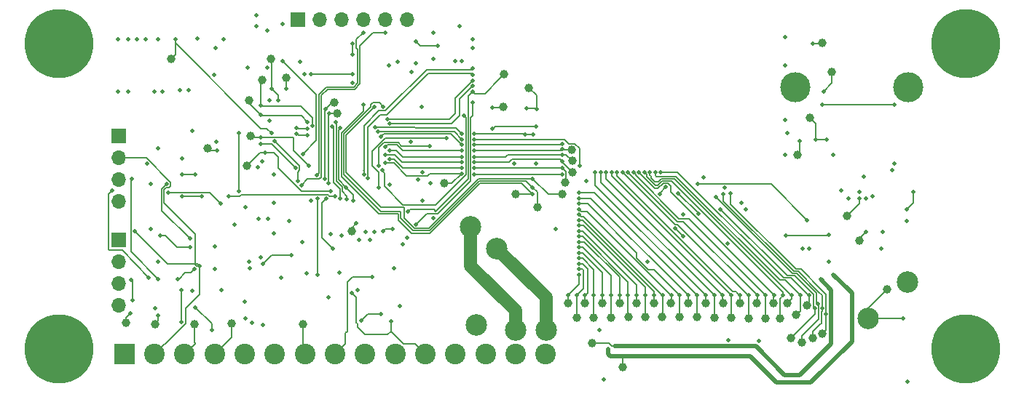
<source format=gbl>
G04 #@! TF.GenerationSoftware,KiCad,Pcbnew,(5.0.1)-3*
G04 #@! TF.CreationDate,2019-01-04T23:11:44-08:00*
G04 #@! TF.ProjectId,croptop,63726F70746F702E6B696361645F7063,rev?*
G04 #@! TF.SameCoordinates,Original*
G04 #@! TF.FileFunction,Copper,L4,Bot,Signal*
G04 #@! TF.FilePolarity,Positive*
%FSLAX46Y46*%
G04 Gerber Fmt 4.6, Leading zero omitted, Abs format (unit mm)*
G04 Created by KiCad (PCBNEW (5.0.1)-3) date 1/4/2019 11:11:44 PM*
%MOMM*%
%LPD*%
G01*
G04 APERTURE LIST*
G04 #@! TA.AperFunction,ComponentPad*
%ADD10C,3.500000*%
G04 #@! TD*
G04 #@! TA.AperFunction,ComponentPad*
%ADD11R,2.400000X2.400000*%
G04 #@! TD*
G04 #@! TA.AperFunction,ComponentPad*
%ADD12C,2.400000*%
G04 #@! TD*
G04 #@! TA.AperFunction,ComponentPad*
%ADD13R,1.700000X1.700000*%
G04 #@! TD*
G04 #@! TA.AperFunction,ComponentPad*
%ADD14O,1.700000X1.700000*%
G04 #@! TD*
G04 #@! TA.AperFunction,ComponentPad*
%ADD15C,8.000000*%
G04 #@! TD*
G04 #@! TA.AperFunction,BGAPad,CuDef*
%ADD16C,1.000000*%
G04 #@! TD*
G04 #@! TA.AperFunction,ViaPad*
%ADD17C,0.508000*%
G04 #@! TD*
G04 #@! TA.AperFunction,ViaPad*
%ADD18C,2.500000*%
G04 #@! TD*
G04 #@! TA.AperFunction,Conductor*
%ADD19C,0.127000*%
G04 #@! TD*
G04 #@! TA.AperFunction,Conductor*
%ADD20C,0.500000*%
G04 #@! TD*
G04 #@! TA.AperFunction,Conductor*
%ADD21C,0.200000*%
G04 #@! TD*
G04 #@! TA.AperFunction,Conductor*
%ADD22C,1.500000*%
G04 #@! TD*
G04 #@! TA.AperFunction,Conductor*
%ADD23C,0.250000*%
G04 #@! TD*
G04 APERTURE END LIST*
D10*
G04 #@! TO.P,J2,5*
G04 #@! TO.N,DRV_GND*
X157387000Y-106715000D03*
X170527000Y-106715000D03*
G04 #@! TD*
D11*
G04 #@! TO.P,J5,1*
G04 #@! TO.N,ADC_VDD*
X79375000Y-137795000D03*
D12*
G04 #@! TO.P,J5,2*
G04 #@! TO.N,ADC_GND*
X82875000Y-137795000D03*
G04 #@! TO.P,J5,3*
G04 #@! TO.N,ADC_A1+*
X86375000Y-137795000D03*
G04 #@! TO.P,J5,4*
G04 #@! TO.N,ADC_A1-*
X89875000Y-137795000D03*
G04 #@! TO.P,J5,5*
G04 #@! TO.N,DVDD*
X93375000Y-137795000D03*
G04 #@! TO.P,J5,6*
G04 #@! TO.N,DRV_GND*
X96875000Y-137795000D03*
G04 #@! TO.P,J5,7*
G04 #@! TO.N,LIN_IN*
X100375000Y-137795000D03*
G04 #@! TO.P,J5,8*
G04 #@! TO.N,ROT_VDD*
X103875000Y-137795000D03*
G04 #@! TO.P,J5,9*
G04 #@! TO.N,DRV_GND*
X107375000Y-137795000D03*
G04 #@! TO.P,J5,10*
G04 #@! TO.N,ROT_A1*
X110875000Y-137795000D03*
G04 #@! TO.P,J5,11*
G04 #@! TO.N,ROT_A2*
X114375000Y-137795000D03*
G04 #@! TO.P,J5,12*
G04 #@! TO.N,DRV_BAT*
X117875000Y-137795000D03*
G04 #@! TO.P,J5,13*
G04 #@! TO.N,DRV_GND*
X121375000Y-137795000D03*
G04 #@! TO.P,J5,14*
G04 #@! TO.N,DRV_OUT1*
X124875000Y-137795000D03*
G04 #@! TO.P,J5,15*
G04 #@! TO.N,DRV_OUT2*
X128375000Y-137795000D03*
G04 #@! TD*
D13*
G04 #@! TO.P,J1,1*
G04 #@! TO.N,PKT_MCLR*
X99568000Y-98806000D03*
D14*
G04 #@! TO.P,J1,2*
G04 #@! TO.N,DVDD*
X102108000Y-98806000D03*
G04 #@! TO.P,J1,3*
G04 #@! TO.N,DRV_GND*
X104648000Y-98806000D03*
G04 #@! TO.P,J1,4*
G04 #@! TO.N,PKT_PGED*
X107188000Y-98806000D03*
G04 #@! TO.P,J1,5*
G04 #@! TO.N,PKT_PGEC*
X109728000Y-98806000D03*
G04 #@! TO.P,J1,6*
G04 #@! TO.N,Net-(J1-Pad6)*
X112268000Y-98806000D03*
G04 #@! TD*
G04 #@! TO.P,J6,4*
G04 #@! TO.N,Net-(J6-Pad4)*
X78740000Y-132080000D03*
G04 #@! TO.P,J6,3*
G04 #@! TO.N,Net-(J6-Pad3)*
X78740000Y-129540000D03*
G04 #@! TO.P,J6,2*
G04 #@! TO.N,ADC_GND*
X78740000Y-127000000D03*
D13*
G04 #@! TO.P,J6,1*
G04 #@! TO.N,ADC_VDD*
X78740000Y-124460000D03*
G04 #@! TD*
G04 #@! TO.P,J7,1*
G04 #@! TO.N,ADC_VDD*
X78740000Y-112395000D03*
D14*
G04 #@! TO.P,J7,2*
G04 #@! TO.N,ADC_GND*
X78740000Y-114935000D03*
G04 #@! TO.P,J7,3*
G04 #@! TO.N,Net-(J7-Pad3)*
X78740000Y-117475000D03*
G04 #@! TO.P,J7,4*
G04 #@! TO.N,Net-(J7-Pad4)*
X78740000Y-120015000D03*
G04 #@! TD*
D15*
G04 #@! TO.P,H1,1*
G04 #@! TO.N,N/C*
X71755000Y-101600000D03*
G04 #@! TD*
G04 #@! TO.P,H2,1*
G04 #@! TO.N,N/C*
X177165000Y-101600000D03*
G04 #@! TD*
G04 #@! TO.P,H3,1*
G04 #@! TO.N,N/C*
X71755000Y-137160000D03*
G04 #@! TD*
G04 #@! TO.P,H4,1*
G04 #@! TO.N,N/C*
X177165000Y-137160000D03*
G04 #@! TD*
D16*
G04 #@! TO.P,TP1,1*
G04 #@! TO.N,DVDD*
X163385500Y-121729500D03*
G04 #@! TD*
G04 #@! TO.P,TP2,1*
G04 #@! TO.N,DRV_GND*
X164846000Y-124587000D03*
G04 #@! TD*
G04 #@! TO.P,TP3,1*
G04 #@! TO.N,ADC_VDD*
X82931000Y-134302500D03*
G04 #@! TD*
G04 #@! TO.P,TP5,1*
G04 #@! TO.N,DVDD_UNREG*
X168084500Y-130238500D03*
G04 #@! TD*
G04 #@! TO.P,TP6,1*
G04 #@! TO.N,LCD_ANODE*
X133794500Y-136525000D03*
G04 #@! TD*
G04 #@! TO.P,TP7,1*
G04 #@! TO.N,LCD_CATHODE*
X137287000Y-139319000D03*
G04 #@! TD*
G04 #@! TO.P,TP8,1*
G04 #@! TO.N,LCD_R0*
X130937000Y-131826000D03*
G04 #@! TD*
G04 #@! TO.P,TP9,1*
G04 #@! TO.N,LCD_R1*
X131953000Y-133540500D03*
G04 #@! TD*
G04 #@! TO.P,TP10,1*
G04 #@! TO.N,LCD_R2*
X132905500Y-131826000D03*
G04 #@! TD*
G04 #@! TO.P,TP11,1*
G04 #@! TO.N,LCD_R3*
X133921500Y-133540500D03*
G04 #@! TD*
G04 #@! TO.P,TP12,1*
G04 #@! TO.N,LCD_R4*
X134937500Y-131826000D03*
G04 #@! TD*
G04 #@! TO.P,TP13,1*
G04 #@! TO.N,LCD_R5*
X135953500Y-133540500D03*
G04 #@! TD*
G04 #@! TO.P,TP14,1*
G04 #@! TO.N,LCD_R6*
X136969500Y-131826000D03*
G04 #@! TD*
G04 #@! TO.P,TP15,1*
G04 #@! TO.N,LCD_R7*
X137985500Y-133477000D03*
G04 #@! TD*
G04 #@! TO.P,TP16,1*
G04 #@! TO.N,LCD_G0*
X138938000Y-131826000D03*
G04 #@! TD*
G04 #@! TO.P,TP17,1*
G04 #@! TO.N,LCD_G1*
X139954000Y-133477000D03*
G04 #@! TD*
G04 #@! TO.P,TP18,1*
G04 #@! TO.N,LCD_G2*
X140970000Y-131826000D03*
G04 #@! TD*
G04 #@! TO.P,TP19,1*
G04 #@! TO.N,LCD_G3*
X141922500Y-133477000D03*
G04 #@! TD*
G04 #@! TO.P,TP20,1*
G04 #@! TO.N,LCD_G4*
X142938500Y-131826000D03*
G04 #@! TD*
G04 #@! TO.P,TP21,1*
G04 #@! TO.N,LCD_G5*
X143954500Y-133477000D03*
G04 #@! TD*
G04 #@! TO.P,TP22,1*
G04 #@! TO.N,LCD_G6*
X144970500Y-131826000D03*
G04 #@! TD*
G04 #@! TO.P,TP23,1*
G04 #@! TO.N,LCD_G7*
X145923000Y-133477000D03*
G04 #@! TD*
G04 #@! TO.P,TP24,1*
G04 #@! TO.N,LCD_B0*
X146939000Y-131826000D03*
G04 #@! TD*
G04 #@! TO.P,TP25,1*
G04 #@! TO.N,LCD_B1*
X147955000Y-133540500D03*
G04 #@! TD*
G04 #@! TO.P,TP26,1*
G04 #@! TO.N,LCD_B2*
X148971000Y-131826000D03*
G04 #@! TD*
G04 #@! TO.P,TP27,1*
G04 #@! TO.N,LCD_B3*
X149923500Y-133540500D03*
G04 #@! TD*
G04 #@! TO.P,TP28,1*
G04 #@! TO.N,LCD_B4*
X150939500Y-131826000D03*
G04 #@! TD*
G04 #@! TO.P,TP29,1*
G04 #@! TO.N,LCD_B5*
X151955500Y-133604000D03*
G04 #@! TD*
G04 #@! TO.P,TP30,1*
G04 #@! TO.N,LCD_B6*
X152908000Y-131826000D03*
G04 #@! TD*
G04 #@! TO.P,TP31,1*
G04 #@! TO.N,LCD_B7*
X153924000Y-133604000D03*
G04 #@! TD*
G04 #@! TO.P,TP32,1*
G04 #@! TO.N,LCD_SHIFT*
X154813000Y-131826000D03*
G04 #@! TD*
G04 #@! TO.P,TP33,1*
G04 #@! TO.N,LCD_DISP*
X155575000Y-133604000D03*
G04 #@! TD*
G04 #@! TO.P,TP34,1*
G04 #@! TO.N,LCD_VSYNC*
X157480000Y-133223000D03*
G04 #@! TD*
G04 #@! TO.P,TP35,1*
G04 #@! TO.N,LCD_HSYNC*
X156464000Y-131826000D03*
G04 #@! TD*
G04 #@! TO.P,TP36,1*
G04 #@! TO.N,LCD_DEN*
X158750000Y-132080000D03*
G04 #@! TD*
G04 #@! TO.P,TP37,1*
G04 #@! TO.N,TCH_RIGHT*
X156845000Y-135890000D03*
G04 #@! TD*
G04 #@! TO.P,TP38,1*
G04 #@! TO.N,TCH_DOWN*
X158115000Y-136398000D03*
G04 #@! TD*
G04 #@! TO.P,TP39,1*
G04 #@! TO.N,TCH_LEFT*
X159385000Y-135890000D03*
G04 #@! TD*
G04 #@! TO.P,TP40,1*
G04 #@! TO.N,TCH_UP*
X160528000Y-135382000D03*
G04 #@! TD*
G04 #@! TO.P,TP41,1*
G04 #@! TO.N,SS2*
X130619500Y-117792500D03*
G04 #@! TD*
G04 #@! TO.P,TP42,1*
G04 #@! TO.N,SDO2*
X131445000Y-116586000D03*
G04 #@! TD*
G04 #@! TO.P,TP43,1*
G04 #@! TO.N,SDIO2*
X131445000Y-115252500D03*
G04 #@! TD*
G04 #@! TO.P,TP44,1*
G04 #@! TO.N,SCLK2*
X131381500Y-113982500D03*
G04 #@! TD*
G04 #@! TO.P,TP45,1*
G04 #@! TO.N,LCD_PD*
X105791000Y-123507500D03*
G04 #@! TD*
G04 #@! TO.P,TP46,1*
G04 #@! TO.N,LCD_INT*
X116586000Y-117919500D03*
G04 #@! TD*
G04 #@! TO.P,TP60,1*
G04 #@! TO.N,DRV_FLT*
X124841000Y-119126000D03*
G04 #@! TD*
G04 #@! TO.P,TP61,1*
G04 #@! TO.N,DRV_IN1*
X127381000Y-120713500D03*
G04 #@! TD*
G04 #@! TO.P,TP62,1*
G04 #@! TO.N,DRV_IN2*
X130302000Y-119189500D03*
G04 #@! TD*
G04 #@! TO.P,TP64,1*
G04 #@! TO.N,SCLK*
X94043500Y-112395000D03*
G04 #@! TD*
G04 #@! TO.P,TP65,1*
G04 #@! TO.N,MOSI*
X93599000Y-115824000D03*
G04 #@! TD*
G04 #@! TO.P,TP66,1*
G04 #@! TO.N,ADC_CS*
X89027000Y-113792000D03*
G04 #@! TD*
G04 #@! TO.P,TP68,1*
G04 #@! TO.N,LIN_IN*
X100139500Y-134302500D03*
G04 #@! TD*
G04 #@! TO.P,TP70,1*
G04 #@! TO.N,ADC_A1+*
X87566500Y-134302500D03*
G04 #@! TD*
G04 #@! TO.P,TP71,1*
G04 #@! TO.N,ADC_A1-*
X91821000Y-134239000D03*
G04 #@! TD*
G04 #@! TO.P,TP72,1*
G04 #@! TO.N,DRV_GND*
X79565500Y-134175500D03*
G04 #@! TD*
G04 #@! TO.P,TP73,1*
G04 #@! TO.N,ROT_Y1*
X104140000Y-109728000D03*
G04 #@! TD*
G04 #@! TO.P,TP74,1*
G04 #@! TO.N,ROT_Y2*
X103822500Y-108458000D03*
G04 #@! TD*
G04 #@! TO.P,TP78,1*
G04 #@! TO.N,NAND_CS*
X123507500Y-105219500D03*
G04 #@! TD*
G04 #@! TO.P,TP82,1*
G04 #@! TO.N,SDA*
X98234500Y-105600500D03*
G04 #@! TD*
G04 #@! TO.P,TP83,1*
G04 #@! TO.N,SCL*
X96456500Y-103378000D03*
G04 #@! TD*
G04 #@! TO.P,TP85,1*
G04 #@! TO.N,NAND_WP*
X123444000Y-109029500D03*
G04 #@! TD*
G04 #@! TO.P,TP86,1*
G04 #@! TO.N,NAND_HOLD*
X126428500Y-106807000D03*
G04 #@! TD*
G04 #@! TO.P,TP88,1*
G04 #@! TO.N,GPS_INT*
X84836000Y-103378000D03*
G04 #@! TD*
G04 #@! TO.P,TP89,1*
G04 #@! TO.N,TX*
X93853000Y-108204000D03*
G04 #@! TD*
G04 #@! TO.P,TP90,1*
G04 #@! TO.N,RX*
X95377000Y-105854500D03*
G04 #@! TD*
G04 #@! TO.P,TP91,1*
G04 #@! TO.N,BTN_A*
X160528000Y-101536500D03*
G04 #@! TD*
G04 #@! TO.P,TP92,1*
G04 #@! TO.N,BTN_B*
X161607500Y-104902000D03*
G04 #@! TD*
G04 #@! TO.P,TP99,1*
G04 #@! TO.N,LED_A*
X157670500Y-114617500D03*
G04 #@! TD*
G04 #@! TO.P,TP100,1*
G04 #@! TO.N,LED_B*
X159067500Y-110236000D03*
G04 #@! TD*
D17*
G04 #@! TO.N,DRV_GND*
X112712500Y-113093500D03*
X83312000Y-113792000D03*
X86106000Y-114981002D03*
X82423000Y-117983000D03*
X82423000Y-123190000D03*
X83312000Y-127000000D03*
X82931000Y-132461000D03*
X87249000Y-130429000D03*
X93345000Y-131699000D03*
X85852000Y-107061000D03*
X86868000Y-107061000D03*
X78676500Y-107188000D03*
X79819500Y-107251500D03*
X82867500Y-107251500D03*
X89789000Y-105283000D03*
X89979500Y-102171500D03*
X78676500Y-101092000D03*
X79819500Y-101092000D03*
X80835500Y-101092000D03*
X81851500Y-101092000D03*
X87884000Y-101028500D03*
X93980000Y-127762000D03*
X93847998Y-127000000D03*
X97599500Y-128905000D03*
X93472000Y-120650000D03*
X94996000Y-122047000D03*
X96075500Y-122047000D03*
X87312500Y-111760000D03*
X94869000Y-116014500D03*
X95377000Y-115316000D03*
X90043000Y-113030000D03*
X103124000Y-131191000D03*
X100584000Y-128397000D03*
X104394000Y-128333500D03*
X107950000Y-124460000D03*
X107442000Y-123571000D03*
X103327200Y-123799600D03*
X113919000Y-108966000D03*
X110109000Y-104140000D03*
X111125000Y-103759000D03*
X99822000Y-103759000D03*
X94742000Y-99568000D03*
X96012000Y-100076000D03*
X96266000Y-108204000D03*
X86073000Y-119443500D03*
X88392000Y-119443500D03*
D18*
X120269000Y-134366000D03*
D17*
X90678000Y-130302000D03*
X149606000Y-136211500D03*
X153162000Y-136271000D03*
D18*
X170434000Y-129413000D03*
D17*
X167513000Y-123571000D03*
X170370500Y-122301000D03*
X165608000Y-123571000D03*
X162687000Y-118745000D03*
X134620000Y-135001000D03*
X156210000Y-114554000D03*
X161798000Y-114554000D03*
X170434000Y-140970000D03*
X158242000Y-125476000D03*
X159004000Y-125476000D03*
X161290000Y-127000000D03*
X163576000Y-119634000D03*
X168656000Y-116332000D03*
X168910000Y-115570000D03*
X144335500Y-121511200D03*
X143764000Y-119062500D03*
X146082159Y-121479041D03*
X133096000Y-117602000D03*
X151130000Y-120142000D03*
X165354000Y-117094000D03*
X167386000Y-125476000D03*
X112268000Y-124206000D03*
X115316000Y-121920000D03*
X113284000Y-103886000D03*
X115316000Y-103378000D03*
X119888000Y-102108000D03*
X119888000Y-101092000D03*
X124714000Y-115570000D03*
X129540000Y-123190000D03*
X101092000Y-119888000D03*
X114046000Y-116586000D03*
X114046000Y-119888000D03*
X149514172Y-124911054D03*
X149203225Y-118427500D03*
X156210000Y-100838000D03*
X156210000Y-110490000D03*
X83820000Y-107188000D03*
X98552000Y-122301000D03*
X106489500Y-130302000D03*
X111379000Y-132207000D03*
X80073500Y-133032500D03*
G04 #@! TO.N,Net-(C26-Pad1)*
X95504000Y-127254000D03*
X98806000Y-126238000D03*
G04 #@! TO.N,LCD_ANODE*
X156273500Y-123952000D03*
X161290000Y-123888500D03*
X160337500Y-129095500D03*
X136398000Y-136842500D03*
X136398000Y-136842500D03*
G04 #@! TO.N,LCD_CATHODE*
X161798000Y-128524000D03*
X135636000Y-137160000D03*
G04 #@! TO.N,ADC_VDD*
X89916000Y-125222000D03*
X89916000Y-127889000D03*
X92202000Y-122682000D03*
X95250000Y-126492000D03*
X83312000Y-133286500D03*
G04 #@! TO.N,Net-(C38-Pad1)*
X143416860Y-123144991D03*
X144300559Y-124050441D03*
G04 #@! TO.N,Net-(C39-Pad1)*
X146748500Y-117170200D03*
X141605000Y-119126000D03*
X142333065Y-118314595D03*
G04 #@! TO.N,Net-(C52-Pad2)*
X87489000Y-127914309D03*
X85598000Y-129032000D03*
G04 #@! TO.N,Net-(C54-Pad1)*
X84328000Y-117983000D03*
X86995000Y-124348997D03*
G04 #@! TO.N,Net-(C54-Pad2)*
X83566000Y-123952000D03*
X86995000Y-125349000D03*
X81993122Y-115618878D03*
G04 #@! TO.N,LED_B*
X161038000Y-112776000D03*
X159766000Y-112776000D03*
X130302000Y-113283994D03*
X118618000Y-113410997D03*
X109220000Y-112446000D03*
X120078500Y-113410997D03*
X99419225Y-112090500D03*
X100625725Y-112331501D03*
G04 #@! TO.N,LED_A*
X132273694Y-115884306D03*
X118618000Y-112775994D03*
X108898152Y-111898605D03*
X120078500Y-112775994D03*
X99419225Y-111455497D03*
X100689225Y-111506001D03*
X157903190Y-113009001D03*
G04 #@! TO.N,PKT_MCLR*
X97790000Y-103632000D03*
X100139499Y-114490501D03*
G04 #@! TO.N,USB_D-*
X119888000Y-105281000D03*
X107667000Y-117335000D03*
G04 #@! TO.N,USB_D+*
X107213400Y-116840000D03*
X119888000Y-104523000D03*
G04 #@! TO.N,TCH_RIGHT*
X148653500Y-120904000D03*
X159639000Y-132461000D03*
G04 #@! TO.N,TCH_DOWN*
X148116941Y-119478441D03*
X160020000Y-131953000D03*
G04 #@! TO.N,TCH_LEFT*
X149034500Y-119189500D03*
X160528001Y-132412879D03*
G04 #@! TO.N,TCH_UP*
X149860000Y-119062500D03*
X160909000Y-133096000D03*
G04 #@! TO.N,ADC_GND*
X88138000Y-127508000D03*
X80581500Y-123444000D03*
G04 #@! TO.N,ADC_A1+*
X85979000Y-130302000D03*
X86028389Y-134055902D03*
G04 #@! TO.N,ADC_A1-*
X89535000Y-135001000D03*
X87630000Y-132334000D03*
G04 #@! TO.N,LIN_IN*
X106934000Y-133858000D03*
X109220000Y-133096000D03*
G04 #@! TO.N,ROT_VDD*
X108146998Y-128778000D03*
G04 #@! TO.N,ROT_A2*
X110363000Y-133985000D03*
X105791000Y-130683000D03*
D18*
G04 #@! TO.N,DRV_OUT1*
X124841000Y-135001000D03*
X119634000Y-122936000D03*
G04 #@! TO.N,DRV_OUT2*
X128397000Y-135001000D03*
X122682000Y-125476000D03*
D17*
G04 #@! TO.N,Net-(J6-Pad3)*
X80325734Y-131519572D03*
X80137000Y-129159000D03*
G04 #@! TO.N,Net-(J7-Pad3)*
X80264000Y-117348000D03*
X83312000Y-129032000D03*
G04 #@! TO.N,Net-(J7-Pad4)*
X77978000Y-118745000D03*
X82183846Y-128929152D03*
G04 #@! TO.N,Net-(L3-Pad2)*
X170370500Y-120904000D03*
X171069000Y-118872000D03*
G04 #@! TO.N,LCD_R0*
X130942500Y-130968000D03*
X132270500Y-128524042D03*
G04 #@! TO.N,LCD_R1*
X131942500Y-130968000D03*
X132270500Y-127889039D03*
G04 #@! TO.N,LCD_R2*
X132270500Y-127254036D03*
X132942500Y-130968000D03*
G04 #@! TO.N,LCD_R3*
X132270500Y-126619033D03*
X133942500Y-130968000D03*
G04 #@! TO.N,LCD_R4*
X132270500Y-125984030D03*
X134942500Y-130968000D03*
G04 #@! TO.N,LCD_R5*
X132270500Y-125349027D03*
X135942500Y-130968000D03*
G04 #@! TO.N,LCD_R6*
X132270500Y-124714024D03*
X136942500Y-130968000D03*
G04 #@! TO.N,LCD_R7*
X132270500Y-124079021D03*
X137942500Y-130968000D03*
G04 #@! TO.N,LCD_G0*
X132270500Y-123444018D03*
X138942500Y-130968000D03*
G04 #@! TO.N,LCD_G1*
X132270500Y-122809015D03*
X139942500Y-130968000D03*
G04 #@! TO.N,LCD_G2*
X132270500Y-122174012D03*
X140942500Y-130968000D03*
G04 #@! TO.N,LCD_G3*
X132270500Y-121539009D03*
X141942500Y-130968000D03*
G04 #@! TO.N,LCD_G4*
X132270500Y-120904006D03*
X142942500Y-130968000D03*
G04 #@! TO.N,LCD_G5*
X132270500Y-120269003D03*
X143942500Y-130968000D03*
G04 #@! TO.N,LCD_G6*
X132270500Y-119634000D03*
X144942500Y-130968000D03*
G04 #@! TO.N,LCD_G7*
X132270500Y-118999000D03*
X145942500Y-130968000D03*
G04 #@! TO.N,LCD_B0*
X134111967Y-116586000D03*
X146942500Y-130968000D03*
G04 #@! TO.N,LCD_B1*
X134746970Y-116586000D03*
X147942500Y-130968000D03*
G04 #@! TO.N,LCD_B2*
X135381973Y-116586000D03*
X148942500Y-130968000D03*
G04 #@! TO.N,SCL*
X97282000Y-108204000D03*
X96520000Y-106870500D03*
X113284000Y-101346000D03*
X115824000Y-101854000D03*
X105918000Y-102870000D03*
X105918000Y-101600000D03*
G04 #@! TO.N,SDA*
X98234500Y-106870500D03*
G04 #@! TO.N,MISO*
X91473000Y-119380000D03*
X113284000Y-122682000D03*
X119888000Y-108458000D03*
X103886000Y-119380000D03*
X119888000Y-108458000D03*
G04 #@! TO.N,LCD_B3*
X136016976Y-116586000D03*
X149942500Y-130968000D03*
G04 #@! TO.N,LCD_B4*
X136651979Y-116586000D03*
X150942500Y-130968000D03*
G04 #@! TO.N,LCD_B5*
X137286982Y-116586000D03*
X151942500Y-130968000D03*
G04 #@! TO.N,LCD_B6*
X137921985Y-116586000D03*
X152942500Y-130968000D03*
G04 #@! TO.N,LCD_B7*
X138556988Y-116586000D03*
X153942500Y-130968000D03*
G04 #@! TO.N,SCLK*
X95250000Y-112522000D03*
X118618000Y-112140991D03*
X125984000Y-112204491D03*
X126890500Y-112204491D03*
X120078500Y-112140991D03*
X100834808Y-115843672D03*
X106023225Y-119888001D03*
X105152473Y-118364000D03*
X104499225Y-111454105D03*
X108494111Y-111408730D03*
G04 #@! TO.N,Net-(R35-Pad1)*
X87592501Y-116840000D03*
X86106000Y-116840000D03*
G04 #@! TO.N,MOSI*
X95758000Y-114300000D03*
X103378000Y-118808500D03*
X116840000Y-112597115D03*
X108966000Y-118364000D03*
G04 #@! TO.N,DRV_IN1*
X126851225Y-118364001D03*
X109489572Y-108981546D03*
G04 #@! TO.N,DRV_IN2*
X126851225Y-117348001D03*
X108458000Y-108966000D03*
G04 #@! TO.N,Net-(R39-Pad2)*
X90551000Y-120269000D03*
X84455000Y-118999000D03*
G04 #@! TO.N,ROT_Y1*
X103632000Y-125476000D03*
X102870000Y-119697500D03*
X103124000Y-117856000D03*
X103229225Y-109728001D03*
G04 #@! TO.N,ROT_Y2*
X101854000Y-128524000D03*
X102655990Y-117387990D03*
X101854000Y-119697500D03*
X102743009Y-109220001D03*
G04 #@! TO.N,TX*
X105257366Y-119767248D03*
X100689225Y-110744001D03*
X103991225Y-110744001D03*
X95220019Y-109922037D03*
G04 #@! TO.N,RX*
X104453963Y-119697500D03*
X101257188Y-111222020D03*
X103568500Y-111252001D03*
X95250000Y-108839000D03*
G04 #@! TO.N,Net-(R55-Pad1)*
X127254000Y-111252000D03*
X122174000Y-111551000D03*
G04 #@! TO.N,BTN_A*
X109923344Y-110396284D03*
X119888000Y-105917994D03*
X159385000Y-101600000D03*
G04 #@! TO.N,BTN_B*
X110236122Y-110972600D03*
X119888000Y-106552997D03*
X160655000Y-107188000D03*
G04 #@! TO.N,PKT_PGED*
X107188000Y-100330000D03*
X101790500Y-116967000D03*
G04 #@! TO.N,PKT_PGEC*
X109728000Y-100393500D03*
X99930500Y-118110000D03*
G04 #@! TO.N,LCD_SHIFT*
X139191991Y-116586000D03*
X154942500Y-130968000D03*
G04 #@! TO.N,LCD_DISP*
X139826994Y-116586000D03*
X155942500Y-130968000D03*
G04 #@! TO.N,LCD_HSYNC*
X140461997Y-116586000D03*
X156942500Y-130968000D03*
G04 #@! TO.N,LCD_VSYNC*
X141097000Y-116586000D03*
X157942500Y-130968000D03*
G04 #@! TO.N,LCD_DEN*
X141732000Y-116586000D03*
X158942500Y-130968000D03*
G04 #@! TO.N,SS2*
X110236000Y-115062000D03*
X130302000Y-116078000D03*
X118618000Y-116078000D03*
X120078500Y-116078000D03*
G04 #@! TO.N,SDO2*
X109668037Y-114617500D03*
X130302000Y-115316000D03*
X118618000Y-115442997D03*
X120078500Y-115442997D03*
G04 #@! TO.N,SDIO2*
X130302000Y-114554000D03*
X110236000Y-114046000D03*
X118618000Y-114807994D03*
X120078500Y-114807994D03*
G04 #@! TO.N,SCLK2*
X130302000Y-113918997D03*
X109728000Y-113625501D03*
X118618000Y-114046000D03*
X120078500Y-114046000D03*
G04 #@! TO.N,LCD_PD*
X106362500Y-122555000D03*
G04 #@! TO.N,LCD_INT*
X109698019Y-115510037D03*
X130302000Y-116840000D03*
X109698019Y-115510037D03*
X118557691Y-116779691D03*
X120078500Y-116840000D03*
G04 #@! TO.N,DRV_FLT*
X126851225Y-119126001D03*
X107175105Y-108775500D03*
G04 #@! TO.N,ADC_CS*
X95250000Y-113284000D03*
X99314000Y-116078000D03*
X90170000Y-114046000D03*
G04 #@! TO.N,NAND_CS*
X119888000Y-107188000D03*
X112373225Y-121181000D03*
X110531725Y-123190000D03*
X109474000Y-123444000D03*
G04 #@! TO.N,NAND_WP*
X118872000Y-109982000D03*
X109407656Y-116399038D03*
X122174000Y-109093000D03*
G04 #@! TO.N,NAND_HOLD*
X127281059Y-109247059D03*
X108966000Y-115824000D03*
X126144441Y-109126441D03*
X114913225Y-113538001D03*
G04 #@! TO.N,GPS_INT*
X85344000Y-101092000D03*
X96520000Y-112077500D03*
X96834309Y-112969691D03*
X99561653Y-117593106D03*
G04 #@! TO.N,LCD_PWM*
X146062700Y-117983000D03*
X158750000Y-122174000D03*
G04 #@! TO.N,DVDD*
X140208000Y-127000000D03*
X135128000Y-140716000D03*
X110744000Y-127762000D03*
X106680000Y-124460000D03*
X151638000Y-120904000D03*
X164846000Y-119634000D03*
X165608000Y-119634000D03*
X164846000Y-118872000D03*
X166370000Y-119380000D03*
X104648000Y-123952000D03*
X100076000Y-124714000D03*
X96774000Y-123698000D03*
X96774000Y-120142000D03*
X96774000Y-116840000D03*
X92710000Y-112077500D03*
X92710000Y-118808500D03*
X90932000Y-101092000D03*
X83312000Y-101092000D03*
X94742000Y-98298000D03*
X97790000Y-99314000D03*
X93726000Y-104394000D03*
X96012000Y-104394000D03*
X100330000Y-105156000D03*
X101092000Y-105156000D03*
X105918000Y-105156000D03*
X112776000Y-104902000D03*
X115316000Y-100330000D03*
X118618000Y-103632000D03*
X117856000Y-103632000D03*
X118364000Y-99568000D03*
X127254000Y-115570000D03*
X105918000Y-106172000D03*
X108458000Y-123570999D03*
X114935000Y-117883477D03*
X113538000Y-117475001D03*
X156210000Y-104140000D03*
X156464000Y-112014000D03*
X96266000Y-110617000D03*
D18*
G04 #@! TO.N,DVDD_UNREG*
X165862000Y-133604000D03*
D17*
X169926000Y-133604000D03*
X111760000Y-124968000D03*
X168910000Y-108712000D03*
X160528000Y-108712000D03*
X110236000Y-118046000D03*
X93472000Y-133604000D03*
X94234000Y-134112000D03*
X95504000Y-134366000D03*
G04 #@! TD*
D19*
G04 #@! TO.N,DRV_GND*
X86073000Y-119443500D02*
X88392000Y-119443500D01*
X146082159Y-121380659D02*
X146082159Y-121479041D01*
X143764000Y-119062500D02*
X146082159Y-121380659D01*
X79565500Y-133540500D02*
X79565500Y-134175500D01*
X80073500Y-133032500D02*
X79565500Y-133540500D01*
X164846000Y-124333000D02*
X164846000Y-124587000D01*
X165608000Y-123571000D02*
X164846000Y-124333000D01*
G04 #@! TO.N,Net-(C26-Pad1)*
X95504000Y-127254000D02*
X96520000Y-126238000D01*
X96520000Y-126238000D02*
X98806000Y-126238000D01*
G04 #@! TO.N,LCD_ANODE*
X156273500Y-123952000D02*
X161226500Y-123952000D01*
X161226500Y-123952000D02*
X161290000Y-123888500D01*
D20*
X152781000Y-136842500D02*
X136398000Y-136842500D01*
X156146500Y-140208000D02*
X152781000Y-136842500D01*
X157924500Y-140208000D02*
X156146500Y-140208000D01*
X161544000Y-130302000D02*
X161544000Y-136588500D01*
X160337500Y-129095500D02*
X161544000Y-130302000D01*
X161544000Y-136588500D02*
X157924500Y-140208000D01*
D19*
X134501606Y-136525000D02*
X133794500Y-136525000D01*
X135721290Y-136525000D02*
X134501606Y-136525000D01*
X136038790Y-136842500D02*
X135721290Y-136525000D01*
X136398000Y-136842500D02*
X136038790Y-136842500D01*
D20*
G04 #@! TO.N,LCD_CATHODE*
X135636000Y-137795000D02*
X135636000Y-137160000D01*
X135890000Y-138049000D02*
X135636000Y-137795000D01*
X155194000Y-141097000D02*
X152146000Y-138049000D01*
X159194500Y-141097000D02*
X155194000Y-141097000D01*
X163957000Y-136334500D02*
X159194500Y-141097000D01*
X163957000Y-136144000D02*
X163957000Y-136334500D01*
X163957000Y-130683000D02*
X163957000Y-136144000D01*
X163639500Y-130365500D02*
X163957000Y-130683000D01*
X161798000Y-128524000D02*
X163639500Y-130365500D01*
D19*
X137287000Y-138611894D02*
X137287000Y-138049000D01*
X137287000Y-139319000D02*
X137287000Y-138611894D01*
D20*
X152146000Y-138049000D02*
X137287000Y-138049000D01*
X137287000Y-138049000D02*
X135890000Y-138049000D01*
D19*
G04 #@! TO.N,ADC_VDD*
X83312000Y-133921500D02*
X82931000Y-134302500D01*
X83312000Y-133286500D02*
X83312000Y-133921500D01*
G04 #@! TO.N,Net-(C38-Pad1)*
X143416860Y-123144991D02*
X144300559Y-124028690D01*
X144300559Y-124028690D02*
X144300559Y-124050441D01*
G04 #@! TO.N,Net-(C39-Pad1)*
X141605000Y-119126000D02*
X141605000Y-119042660D01*
X141605000Y-119042660D02*
X142333065Y-118314595D01*
G04 #@! TO.N,Net-(C52-Pad2)*
X85725000Y-129032000D02*
X85598000Y-129032000D01*
X86442692Y-128314308D02*
X85725000Y-129032000D01*
X87489000Y-127914309D02*
X87089001Y-128314308D01*
X87089001Y-128314308D02*
X86442692Y-128314308D01*
G04 #@! TO.N,Net-(C54-Pad1)*
X83729999Y-118581001D02*
X83729999Y-121083996D01*
X84328000Y-117983000D02*
X83729999Y-118581001D01*
X83729999Y-121083996D02*
X86995000Y-124348997D01*
G04 #@! TO.N,Net-(C54-Pad2)*
X84131685Y-123952000D02*
X85528685Y-125349000D01*
X83566000Y-123952000D02*
X84131685Y-123952000D01*
X85528685Y-125349000D02*
X86995000Y-125349000D01*
G04 #@! TO.N,LED_B*
X161038000Y-112776000D02*
X159766000Y-112776000D01*
X130174997Y-113410997D02*
X130302000Y-113283994D01*
X120078500Y-113410997D02*
X130174997Y-113410997D01*
X117653003Y-112446000D02*
X118618000Y-113410997D01*
X117359618Y-112152615D02*
X117653003Y-112446000D01*
X109220000Y-112446000D02*
X109513385Y-112152615D01*
X109513385Y-112152615D02*
X117359618Y-112152615D01*
X99660226Y-112331501D02*
X99419225Y-112090500D01*
X100625725Y-112331501D02*
X99660226Y-112331501D01*
X159766000Y-110934500D02*
X159067500Y-110236000D01*
X159766000Y-112776000D02*
X159766000Y-110934500D01*
G04 #@! TO.N,LED_A*
X117464832Y-111898605D02*
X108898152Y-111898605D01*
X118618000Y-112775994D02*
X117740611Y-111898605D01*
X117740611Y-111898605D02*
X117464832Y-111898605D01*
X99469729Y-111506001D02*
X99419225Y-111455497D01*
X100689225Y-111506001D02*
X99469729Y-111506001D01*
X157903190Y-114384810D02*
X157670500Y-114617500D01*
X157903190Y-113009001D02*
X157903190Y-114384810D01*
X132273694Y-113852752D02*
X132273694Y-115884306D01*
X131704942Y-113284000D02*
X132273694Y-113852752D01*
X131064000Y-113284000D02*
X131704942Y-113284000D01*
X120078500Y-112775994D02*
X130555994Y-112775994D01*
X130555994Y-112775994D02*
X131064000Y-113284000D01*
G04 #@! TO.N,PKT_MCLR*
X100838000Y-106680000D02*
X97790000Y-103632000D01*
X101701689Y-107543689D02*
X100838000Y-106680000D01*
X101701689Y-112928311D02*
X101701689Y-107543689D01*
X100139499Y-114490501D02*
X101701689Y-112928311D01*
D21*
G04 #@! TO.N,USB_D-*
X119734000Y-105127000D02*
X114692383Y-105127000D01*
X119888000Y-105281000D02*
X119734000Y-105127000D01*
X114692383Y-105127000D02*
X109906845Y-109912538D01*
X109906845Y-109912538D02*
X109099664Y-109912538D01*
X109099664Y-109912538D02*
X107667000Y-111345202D01*
X107667000Y-111345202D02*
X107667000Y-116332000D01*
D19*
X107667000Y-117335000D02*
X107667000Y-117319000D01*
X107670600Y-116344700D02*
X107670600Y-117347700D01*
G04 #@! TO.N,USB_D+*
X107213400Y-116840000D02*
X107213400Y-116361000D01*
X107188000Y-116361000D02*
X107217000Y-116332000D01*
D21*
X108977453Y-109462547D02*
X107281200Y-111158800D01*
X107281200Y-111158800D02*
X107217000Y-111158800D01*
X109258691Y-109462547D02*
X108977453Y-109462547D01*
X107217000Y-111158800D02*
X107217000Y-116332000D01*
X119734000Y-104677000D02*
X114506000Y-104677000D01*
X119888000Y-104523000D02*
X119734000Y-104677000D01*
X114506000Y-104677000D02*
X109720453Y-109462547D01*
X109720453Y-109462547D02*
X109258691Y-109462547D01*
D19*
G04 #@! TO.N,TCH_RIGHT*
X148653500Y-120904000D02*
X148907499Y-121157999D01*
X148907499Y-121157999D02*
X148920199Y-121157999D01*
X148920199Y-121157999D02*
X156438580Y-128676380D01*
X156438580Y-128676380D02*
X157308742Y-128676380D01*
X157308742Y-128676380D02*
X159511999Y-130879637D01*
X159511999Y-130879637D02*
X159511999Y-132333999D01*
X159511999Y-132333999D02*
X159639000Y-132461000D01*
X159639000Y-133096000D02*
X156845000Y-135890000D01*
X159639000Y-132461000D02*
X159639000Y-133096000D01*
G04 #@! TO.N,TCH_DOWN*
X157581570Y-128422370D02*
X159867600Y-130708400D01*
X157073570Y-128422370D02*
X157581570Y-128422370D01*
X152882600Y-124231400D02*
X157073570Y-128422370D01*
X152869900Y-124231400D02*
X152882600Y-124231400D01*
X148116941Y-119478441D02*
X152869900Y-124231400D01*
X159867600Y-130708400D02*
X159867600Y-131800600D01*
X159867600Y-131800600D02*
X160020000Y-131953000D01*
X158115000Y-135690894D02*
X158115000Y-136398000D01*
X160083501Y-133722393D02*
X158115000Y-135690894D01*
X160083501Y-132016501D02*
X160083501Y-133722393D01*
X160020000Y-131953000D02*
X160083501Y-132016501D01*
G04 #@! TO.N,TCH_LEFT*
X157178784Y-128168360D02*
X157733960Y-128168360D01*
X149034500Y-119189500D02*
X149034500Y-120024076D01*
X149034500Y-120024076D02*
X157178784Y-128168360D01*
X157733960Y-128168360D02*
X160121610Y-130556010D01*
X160476575Y-132361453D02*
X160528001Y-132412879D01*
X160121610Y-130556010D02*
X160476575Y-130910975D01*
X160476575Y-130910975D02*
X160476575Y-132361453D01*
X160528001Y-132412879D02*
X160528000Y-132772090D01*
X160528000Y-132772090D02*
X160401000Y-132899090D01*
X160401000Y-132899090D02*
X160401000Y-134239000D01*
X159385000Y-135182894D02*
X159385000Y-135890000D01*
X160328894Y-134239000D02*
X159385000Y-135182894D01*
X160401000Y-134239000D02*
X160328894Y-134239000D01*
G04 #@! TO.N,TCH_UP*
X149860000Y-119062500D02*
X149860000Y-120345200D01*
X157429150Y-127914350D02*
X158038750Y-127914350D01*
X149860000Y-120345200D02*
X157429150Y-127914350D01*
X158038750Y-127914350D02*
X160375618Y-130251218D01*
X160972502Y-133032498D02*
X160909000Y-133096000D01*
X160375618Y-130251218D02*
X160972502Y-130848102D01*
X160972502Y-130848102D02*
X160972502Y-133032498D01*
X160909000Y-135001000D02*
X160528000Y-135382000D01*
X160909000Y-133096000D02*
X160909000Y-135001000D01*
G04 #@! TO.N,ADC_GND*
X84074999Y-136595001D02*
X82875000Y-137795000D01*
X84147152Y-136595001D02*
X84074999Y-136595001D01*
X86472890Y-134269263D02*
X84147152Y-136595001D01*
X86472890Y-132475110D02*
X86472890Y-134269263D01*
X88138000Y-130810000D02*
X86472890Y-132475110D01*
X88138000Y-127508000D02*
X88138000Y-130810000D01*
X79942081Y-114935000D02*
X78740000Y-114935000D01*
X81937862Y-114935000D02*
X79942081Y-114935000D01*
X84772501Y-117769639D02*
X81937862Y-114935000D01*
X84772501Y-118196361D02*
X84772501Y-117769639D01*
X84541361Y-118427501D02*
X84772501Y-118196361D01*
X84242723Y-118427501D02*
X84541361Y-118427501D01*
X83984009Y-118686215D02*
X84242723Y-118427501D01*
X83984009Y-120179009D02*
X83984009Y-118686215D01*
X87651790Y-123846790D02*
X83984009Y-120179009D01*
X87651790Y-127381000D02*
X87651790Y-123846790D01*
X87778790Y-127508000D02*
X87651790Y-127381000D01*
X88138000Y-127508000D02*
X87778790Y-127508000D01*
X84391501Y-127254001D02*
X80581500Y-123444000D01*
X88138000Y-127508000D02*
X87884001Y-127254001D01*
X87884001Y-127254001D02*
X84391501Y-127254001D01*
G04 #@! TO.N,ADC_A1+*
X85979000Y-130302000D02*
X85979000Y-134006513D01*
X85979000Y-134006513D02*
X86028389Y-134055902D01*
X87574999Y-136595001D02*
X87574999Y-136406499D01*
X86375000Y-137795000D02*
X87574999Y-136595001D01*
X87566500Y-136398000D02*
X87566500Y-134302500D01*
X87574999Y-136406499D02*
X87566500Y-136398000D01*
G04 #@! TO.N,ADC_A1-*
X87630000Y-132334000D02*
X89535000Y-134239000D01*
X89535000Y-134239000D02*
X89535000Y-135001000D01*
X91821000Y-135849000D02*
X91821000Y-134239000D01*
X89875000Y-137795000D02*
X91821000Y-135849000D01*
G04 #@! TO.N,LIN_IN*
X106934000Y-133858000D02*
X107696000Y-133096000D01*
X107696000Y-133096000D02*
X109220000Y-133096000D01*
X100139500Y-137559500D02*
X100375000Y-137795000D01*
X100139500Y-134302500D02*
X100139500Y-137559500D01*
G04 #@! TO.N,ROT_VDD*
X105074999Y-136595001D02*
X105074999Y-135336001D01*
X103875000Y-137795000D02*
X105074999Y-136595001D01*
X105074999Y-135336001D02*
X105283000Y-135128000D01*
X105283000Y-135128000D02*
X105283000Y-129413000D01*
X105283000Y-129413000D02*
X105918000Y-128778000D01*
X105918000Y-128778000D02*
X108146998Y-128778000D01*
G04 #@! TO.N,ROT_A2*
X110363000Y-133985000D02*
X110363000Y-135128000D01*
X110363000Y-135128000D02*
X109982000Y-135509000D01*
X109982000Y-135509000D02*
X109416315Y-135509000D01*
X107569000Y-135509000D02*
X107566347Y-135511653D01*
X109416315Y-135509000D02*
X107569000Y-135509000D01*
X111830001Y-136595001D02*
X110363000Y-135128000D01*
X113175001Y-136595001D02*
X111830001Y-136595001D01*
X114375000Y-137795000D02*
X113175001Y-136595001D01*
X107569000Y-135509000D02*
X107315000Y-135509000D01*
X107315000Y-135509000D02*
X106457808Y-134651808D01*
X106457808Y-134651808D02*
X106457808Y-134270808D01*
X106457808Y-134270808D02*
X106299000Y-134112000D01*
X106299000Y-134112000D02*
X106299000Y-131191000D01*
X106299000Y-131191000D02*
X105791000Y-130683000D01*
D22*
G04 #@! TO.N,DRV_OUT1*
X124841000Y-135001000D02*
X124841000Y-132715000D01*
X124841000Y-132715000D02*
X119634000Y-127508000D01*
X119634000Y-127508000D02*
X119634000Y-122936000D01*
G04 #@! TO.N,DRV_OUT2*
X128397000Y-135001000D02*
X128397000Y-131191000D01*
X128397000Y-131191000D02*
X122682000Y-125476000D01*
D19*
G04 #@! TO.N,Net-(J6-Pad3)*
X80325734Y-129347734D02*
X80137000Y-129159000D01*
X80325734Y-131519572D02*
X80325734Y-129347734D01*
G04 #@! TO.N,Net-(J7-Pad3)*
X80137000Y-117475000D02*
X80264000Y-117348000D01*
X83312000Y-129032000D02*
X80137000Y-125857000D01*
X80137000Y-125857000D02*
X80137000Y-117475000D01*
G04 #@! TO.N,Net-(J7-Pad4)*
X77629999Y-125635001D02*
X77564999Y-125570001D01*
X77564999Y-125570001D02*
X77564999Y-119158001D01*
X79114003Y-125635001D02*
X77629999Y-125635001D01*
X77564999Y-119158001D02*
X77978000Y-118745000D01*
X82183846Y-128929152D02*
X79114003Y-125635001D01*
D23*
X82296000Y-128816998D02*
X82183846Y-128929152D01*
D19*
G04 #@! TO.N,Net-(L3-Pad2)*
X170370500Y-120904000D02*
X171069000Y-120205500D01*
X171069000Y-120205500D02*
X171069000Y-118872000D01*
G04 #@! TO.N,LCD_R0*
X132270500Y-129640000D02*
X130942500Y-130968000D01*
X132270500Y-128524042D02*
X132270500Y-129640000D01*
X130942500Y-131820500D02*
X130937000Y-131826000D01*
X130942500Y-130968000D02*
X130942500Y-131820500D01*
G04 #@! TO.N,LCD_R1*
X132270500Y-127889039D02*
X132293359Y-127889039D01*
X132629710Y-127889039D02*
X132778500Y-128037829D01*
X132270500Y-127889039D02*
X132629710Y-127889039D01*
X132778500Y-130132000D02*
X131942500Y-130968000D01*
X132778500Y-128037829D02*
X132778500Y-130132000D01*
X131942500Y-133530000D02*
X131953000Y-133540500D01*
X131942500Y-130968000D02*
X131942500Y-133530000D01*
G04 #@! TO.N,LCD_R2*
X132629710Y-127254036D02*
X132629746Y-127254000D01*
X132270500Y-127254036D02*
X132629710Y-127254036D01*
X133276668Y-130633832D02*
X132942500Y-130968000D01*
X133276668Y-127900922D02*
X133276668Y-130633832D01*
X132629746Y-127254000D02*
X133276668Y-127900922D01*
X132942500Y-131789000D02*
X132905500Y-131826000D01*
X132942500Y-130968000D02*
X132942500Y-131789000D01*
G04 #@! TO.N,LCD_R3*
X132629710Y-126619033D02*
X132629743Y-126619000D01*
X132270500Y-126619033D02*
X132629710Y-126619033D01*
X133942500Y-127931757D02*
X133942500Y-130968000D01*
X132629743Y-126619000D02*
X133942500Y-127931757D01*
X133942500Y-133519500D02*
X133921500Y-133540500D01*
X133942500Y-130968000D02*
X133942500Y-133519500D01*
G04 #@! TO.N,LCD_R4*
X132270500Y-125984030D02*
X132651470Y-125984030D01*
X134942500Y-128275060D02*
X134942500Y-130968000D01*
X132651470Y-125984030D02*
X134942500Y-128275060D01*
X134942500Y-131821000D02*
X134937500Y-131826000D01*
X134942500Y-130968000D02*
X134942500Y-131821000D01*
G04 #@! TO.N,LCD_R5*
X132629710Y-125349027D02*
X132629737Y-125349000D01*
X132270500Y-125349027D02*
X132629710Y-125349027D01*
X135942500Y-128661763D02*
X135942500Y-130968000D01*
X132629737Y-125349000D02*
X135942500Y-128661763D01*
X135942500Y-133529500D02*
X135953500Y-133540500D01*
X135942500Y-130968000D02*
X135942500Y-133529500D01*
G04 #@! TO.N,LCD_R6*
X132270500Y-124714024D02*
X132841976Y-124714024D01*
X136942500Y-128814548D02*
X136942500Y-130968000D01*
X132841976Y-124714024D02*
X136942500Y-128814548D01*
X136942500Y-131799000D02*
X136969500Y-131826000D01*
X136942500Y-130968000D02*
X136942500Y-131799000D01*
G04 #@! TO.N,LCD_R7*
X132629710Y-124079021D02*
X132629731Y-124079000D01*
X132270500Y-124079021D02*
X132629710Y-124079021D01*
X137942500Y-129391769D02*
X137942500Y-130968000D01*
X132629731Y-124079000D02*
X137942500Y-129391769D01*
X137942500Y-133434000D02*
X137985500Y-133477000D01*
X137942500Y-130968000D02*
X137942500Y-133434000D01*
G04 #@! TO.N,LCD_G0*
X132629710Y-123444018D02*
X132629728Y-123444000D01*
X132270500Y-123444018D02*
X132629710Y-123444018D01*
X138942500Y-129756772D02*
X138942500Y-130968000D01*
X132629728Y-123444000D02*
X138942500Y-129756772D01*
X138942500Y-131821500D02*
X138938000Y-131826000D01*
X138942500Y-130968000D02*
X138942500Y-131821500D01*
G04 #@! TO.N,LCD_G1*
X132270500Y-122809015D02*
X132714985Y-122809015D01*
X139942500Y-130036530D02*
X139942500Y-130968000D01*
X132714985Y-122809015D02*
X139942500Y-130036530D01*
X139942500Y-133465500D02*
X139954000Y-133477000D01*
X139942500Y-130968000D02*
X139942500Y-133465500D01*
G04 #@! TO.N,LCD_G2*
X132629710Y-122174012D02*
X132629722Y-122174000D01*
X132270500Y-122174012D02*
X132629710Y-122174012D01*
X140942500Y-130486778D02*
X140942500Y-130968000D01*
X132629722Y-122174000D02*
X140942500Y-130486778D01*
X140942500Y-131798500D02*
X140970000Y-131826000D01*
X140942500Y-130968000D02*
X140942500Y-131798500D01*
G04 #@! TO.N,LCD_G3*
X141608332Y-130633832D02*
X141942500Y-130968000D01*
X132767508Y-121793008D02*
X141608332Y-130633832D01*
X132524499Y-121793008D02*
X132767508Y-121793008D01*
X132270500Y-121539009D02*
X132524499Y-121793008D01*
X141942500Y-133457000D02*
X141922500Y-133477000D01*
X141942500Y-130968000D02*
X141942500Y-133457000D01*
G04 #@! TO.N,LCD_G4*
X142608332Y-130633832D02*
X142942500Y-130968000D01*
X133132505Y-121158005D02*
X142608332Y-130633832D01*
X132524499Y-121158005D02*
X133132505Y-121158005D01*
X132270500Y-120904006D02*
X132524499Y-121158005D01*
X142942500Y-131822000D02*
X142938500Y-131826000D01*
X142942500Y-130968000D02*
X142942500Y-131822000D01*
G04 #@! TO.N,LCD_G5*
X143942500Y-130968000D02*
X140919638Y-127945138D01*
X140919638Y-127945138D02*
X140278862Y-127945138D01*
X140278862Y-127945138D02*
X138938000Y-126604276D01*
X138938000Y-126604276D02*
X138938000Y-125984000D01*
X133223003Y-120269003D02*
X132270500Y-120269003D01*
X138938000Y-125984000D02*
X133223003Y-120269003D01*
X143942500Y-133465000D02*
X143954500Y-133477000D01*
X143942500Y-130968000D02*
X143942500Y-133465000D01*
G04 #@! TO.N,LCD_G6*
X132293359Y-119634000D02*
X132270500Y-119634000D01*
X133608500Y-119634000D02*
X144942500Y-130968000D01*
X132270500Y-119634000D02*
X133608500Y-119634000D01*
X144942500Y-131798000D02*
X144970500Y-131826000D01*
X144942500Y-130968000D02*
X144942500Y-131798000D01*
G04 #@! TO.N,LCD_G7*
X133973500Y-118999000D02*
X145942500Y-130968000D01*
X132270500Y-118999000D02*
X133973500Y-118999000D01*
X145942500Y-133457500D02*
X145923000Y-133477000D01*
X145942500Y-130968000D02*
X145942500Y-133457500D01*
G04 #@! TO.N,LCD_B0*
X134111967Y-118137467D02*
X146942500Y-130968000D01*
X134111967Y-116586000D02*
X134111967Y-118137467D01*
X146942500Y-131822500D02*
X146939000Y-131826000D01*
X146942500Y-130968000D02*
X146942500Y-131822500D01*
G04 #@! TO.N,LCD_B1*
X134746970Y-117772470D02*
X147942500Y-130968000D01*
X134746970Y-116586000D02*
X134746970Y-117772470D01*
X147942500Y-133528000D02*
X147955000Y-133540500D01*
X147942500Y-130968000D02*
X147942500Y-133528000D01*
G04 #@! TO.N,LCD_B2*
X135381973Y-117407473D02*
X148942500Y-130968000D01*
X135381973Y-116586000D02*
X135381973Y-117407473D01*
X148942500Y-131797500D02*
X148971000Y-131826000D01*
X148942500Y-130968000D02*
X148942500Y-131797500D01*
G04 #@! TO.N,SCL*
X97282000Y-108204000D02*
X97282000Y-107632500D01*
X97282000Y-107632500D02*
X96520000Y-106870500D01*
X113284000Y-101346000D02*
X113792000Y-101854000D01*
X113792000Y-101854000D02*
X115824000Y-101854000D01*
X105918000Y-102870000D02*
X105918000Y-101600000D01*
X96520000Y-103441500D02*
X96456500Y-103378000D01*
X96520000Y-106870500D02*
X96520000Y-103441500D01*
G04 #@! TO.N,SDA*
X98234500Y-106511290D02*
X98234500Y-105600500D01*
X98234500Y-106870500D02*
X98234500Y-106511290D01*
G04 #@! TO.N,MISO*
X91600000Y-119253000D02*
X91473000Y-119380000D01*
X92350000Y-119380000D02*
X91473000Y-119380000D01*
X92796362Y-119380000D02*
X92350000Y-119380000D01*
X92923363Y-119252999D02*
X92796362Y-119380000D01*
X103083361Y-119252999D02*
X92923363Y-119252999D01*
X103210362Y-119380000D02*
X103083361Y-119252999D01*
X103886000Y-119380000D02*
X103210362Y-119380000D01*
X119888000Y-109982000D02*
X119634000Y-110236000D01*
X119888000Y-108458000D02*
X119888000Y-109982000D01*
X119634000Y-110236000D02*
X119634000Y-117602000D01*
X119634000Y-117602000D02*
X115824000Y-121412000D01*
X114554000Y-121412000D02*
X113284000Y-122682000D01*
X115824000Y-121412000D02*
X114554000Y-121412000D01*
G04 #@! TO.N,LCD_B3*
X136016976Y-117042476D02*
X149942500Y-130968000D01*
X136016976Y-116586000D02*
X136016976Y-117042476D01*
X149942500Y-133521500D02*
X149923500Y-133540500D01*
X149942500Y-130968000D02*
X149942500Y-133521500D01*
G04 #@! TO.N,LCD_B4*
X136651979Y-116586000D02*
X136842481Y-116586000D01*
X150608332Y-130633832D02*
X150942500Y-130968000D01*
X150497999Y-130523499D02*
X150608332Y-130633832D01*
X150115755Y-130523499D02*
X150497999Y-130523499D01*
X136651979Y-117059723D02*
X150115755Y-130523499D01*
X136651979Y-116586000D02*
X136651979Y-117059723D01*
X150942500Y-131823000D02*
X150939500Y-131826000D01*
X150942500Y-130968000D02*
X150942500Y-131823000D01*
G04 #@! TO.N,LCD_B5*
X151608332Y-130633832D02*
X151942500Y-130968000D01*
X143674990Y-122700490D02*
X151608332Y-130633832D01*
X143401472Y-122700490D02*
X143674990Y-122700490D01*
X137286982Y-116586000D02*
X143401472Y-122700490D01*
X151942500Y-133591000D02*
X151955500Y-133604000D01*
X151942500Y-130968000D02*
X151942500Y-133591000D01*
G04 #@! TO.N,LCD_B6*
X144339000Y-122364500D02*
X152942500Y-130968000D01*
X143700500Y-122364500D02*
X144339000Y-122364500D01*
X138175999Y-116839999D02*
X143700500Y-122364500D01*
X137921985Y-116586000D02*
X138175984Y-116839999D01*
X138175984Y-116839999D02*
X138175999Y-116839999D01*
X152942500Y-131791500D02*
X152908000Y-131826000D01*
X152942500Y-130968000D02*
X152942500Y-131791500D01*
G04 #@! TO.N,LCD_B7*
X138810987Y-116989849D02*
X143868138Y-122047000D01*
X138556988Y-116586000D02*
X138810987Y-116839999D01*
X138810987Y-116839999D02*
X138810987Y-116989849D01*
X145021500Y-122047000D02*
X153942500Y-130968000D01*
X143868138Y-122047000D02*
X145021500Y-122047000D01*
X153942500Y-133458500D02*
X153797000Y-133604000D01*
X153942500Y-133585500D02*
X153924000Y-133604000D01*
X153942500Y-130968000D02*
X153942500Y-133585500D01*
G04 #@! TO.N,SCLK*
X96710500Y-112522000D02*
X95250000Y-112522000D01*
X96710500Y-112522000D02*
X99060000Y-112522000D01*
X99060000Y-112522000D02*
X99060000Y-114068864D01*
X117931113Y-111454104D02*
X118618000Y-112140991D01*
X126890500Y-112204491D02*
X125984000Y-112204491D01*
X125920500Y-112140991D02*
X125984000Y-112204491D01*
X120078500Y-112140991D02*
X125920500Y-112140991D01*
X99060000Y-114068864D02*
X100834808Y-115843672D01*
X100834808Y-115843672D02*
X100815136Y-115824000D01*
X106023225Y-119888001D02*
X106023225Y-119234752D01*
X106023225Y-119234752D02*
X105152473Y-118364000D01*
X105152473Y-118364000D02*
X104267011Y-117478538D01*
X104267011Y-117478538D02*
X104267011Y-111686319D01*
X104267011Y-111686319D02*
X104499225Y-111454105D01*
X108684791Y-111454104D02*
X108494111Y-111408730D01*
X108494111Y-111408730D02*
X117931113Y-111454104D01*
X94170500Y-112522000D02*
X94043500Y-112395000D01*
X95250000Y-112522000D02*
X94170500Y-112522000D01*
G04 #@! TO.N,Net-(R35-Pad1)*
X87592501Y-116840000D02*
X86073000Y-116840000D01*
G04 #@! TO.N,MOSI*
X96710500Y-114300000D02*
X95758000Y-114300000D01*
X96774000Y-114300000D02*
X96710500Y-114300000D01*
X97282000Y-114808000D02*
X96774000Y-114300000D01*
X97282000Y-116119362D02*
X97282000Y-114808000D01*
X103378000Y-118808500D02*
X99971138Y-118808500D01*
X99971138Y-118808500D02*
X97282000Y-116119362D01*
X109739300Y-112597115D02*
X116840000Y-112597115D01*
X108204000Y-115824000D02*
X108204000Y-114132415D01*
X108204000Y-114132415D02*
X109739300Y-112597115D01*
X108966000Y-116586000D02*
X108204000Y-115824000D01*
X108966000Y-118364000D02*
X108966000Y-116586000D01*
X95123000Y-114300000D02*
X93599000Y-115824000D01*
X95758000Y-114300000D02*
X95123000Y-114300000D01*
G04 #@! TO.N,DRV_IN1*
X112965424Y-123380510D02*
X111506000Y-121921086D01*
X114872575Y-123380511D02*
X112965424Y-123380510D01*
X120651075Y-117602011D02*
X114872575Y-123380511D01*
X126851225Y-118364001D02*
X126089235Y-117602011D01*
X126089235Y-117602011D02*
X120651075Y-117602011D01*
X111506000Y-121921086D02*
X111506000Y-121158000D01*
X111506000Y-121158000D02*
X109220000Y-121158000D01*
X104902000Y-116840000D02*
X104902000Y-112119224D01*
X109220000Y-121158000D02*
X104902000Y-116840000D01*
X104902000Y-112119224D02*
X106986612Y-110034612D01*
X109029525Y-108521499D02*
X109489572Y-108981546D01*
X108244639Y-108521499D02*
X109029525Y-108521499D01*
X108013499Y-108752639D02*
X108244639Y-108521499D01*
X106986612Y-110034612D02*
X108013499Y-109007725D01*
X108013499Y-109007725D02*
X108013499Y-108752639D01*
X127381000Y-118893776D02*
X127381000Y-120713500D01*
X126851225Y-118364001D02*
X127381000Y-118893776D01*
G04 #@! TO.N,DRV_IN2*
X111928724Y-121984586D02*
X111928724Y-120735276D01*
X113070639Y-123126501D02*
X111928724Y-121984586D01*
X114767361Y-123126501D02*
X113070639Y-123126501D01*
X126851225Y-117348001D02*
X120545861Y-117348001D01*
X120545861Y-117348001D02*
X114767361Y-123126501D01*
X111843458Y-120650010D02*
X111506010Y-120650010D01*
X111928724Y-120735276D02*
X111843458Y-120650010D01*
X111506010Y-120650010D02*
X109220010Y-120650010D01*
X109220010Y-120650010D02*
X105156000Y-116586000D01*
X105156000Y-116586000D02*
X105156000Y-112268000D01*
X105156000Y-112268000D02*
X107188000Y-110236000D01*
X107188000Y-110236000D02*
X108458000Y-108966000D01*
X128692724Y-119189500D02*
X130302000Y-119189500D01*
X126851225Y-117348001D02*
X128692724Y-119189500D01*
G04 #@! TO.N,Net-(R39-Pad2)*
X89281000Y-118999000D02*
X84455000Y-118999000D01*
X90551000Y-120269000D02*
X89281000Y-118999000D01*
G04 #@! TO.N,ROT_Y1*
X103632000Y-125476000D02*
X102362000Y-124206000D01*
X102362000Y-124206000D02*
X102362000Y-120205500D01*
X102362000Y-120205500D02*
X102870000Y-119697500D01*
X103124000Y-117856000D02*
X103124000Y-109833226D01*
X103124000Y-109833226D02*
X103229225Y-109728001D01*
X104139999Y-109728001D02*
X104140000Y-109728000D01*
X103229225Y-109728001D02*
X104139999Y-109728001D01*
G04 #@! TO.N,ROT_Y2*
X101854000Y-128524000D02*
X101854000Y-119697500D01*
X102655990Y-117387990D02*
X102655990Y-109307020D01*
X102655990Y-109307020D02*
X102743009Y-109220001D01*
X103505010Y-108458000D02*
X103822500Y-108458000D01*
X102743009Y-109220001D02*
X103505010Y-108458000D01*
G04 #@! TO.N,TX*
X100689225Y-110744001D02*
X99990724Y-110045500D01*
X99990724Y-110045500D02*
X99117234Y-110045500D01*
X104707973Y-118858645D02*
X104707973Y-118318749D01*
X105257366Y-119767248D02*
X105257366Y-119408038D01*
X105257366Y-119408038D02*
X104707973Y-118858645D01*
X104013001Y-110765777D02*
X103991225Y-110744001D01*
X104707973Y-118318749D02*
X104013001Y-117623777D01*
X104013001Y-117623777D02*
X104013001Y-110765777D01*
X99117234Y-110045500D02*
X95343482Y-110045500D01*
X95343482Y-110045500D02*
X95220019Y-109922037D01*
X93853000Y-108555018D02*
X93853000Y-108204000D01*
X95220019Y-109922037D02*
X93853000Y-108555018D01*
G04 #@! TO.N,RX*
X99863724Y-108902500D02*
X98869500Y-108902500D01*
X101257188Y-110295964D02*
X99863724Y-108902500D01*
X101257188Y-111222020D02*
X101257188Y-110295964D01*
X104453963Y-118528101D02*
X103737225Y-117811363D01*
X104453963Y-119697500D02*
X104453963Y-118528101D01*
X103737225Y-117811363D02*
X103737225Y-111420726D01*
X103737225Y-111420726D02*
X103568500Y-111252001D01*
X98869500Y-108902500D02*
X95313500Y-108902500D01*
X95313500Y-108902500D02*
X95250000Y-108839000D01*
X95250000Y-105981500D02*
X95377000Y-105854500D01*
X95250000Y-108839000D02*
X95250000Y-105981500D01*
G04 #@! TO.N,Net-(R55-Pad1)*
X124460000Y-111252000D02*
X127254000Y-111252000D01*
X122174000Y-111551000D02*
X122473000Y-111252000D01*
X122473000Y-111252000D02*
X124460000Y-111252000D01*
G04 #@! TO.N,BTN_A*
X117187716Y-110396284D02*
X109923344Y-110396284D01*
X117856000Y-109728000D02*
X117187716Y-110396284D01*
X119888000Y-105917994D02*
X117856000Y-107949994D01*
X117856000Y-107949994D02*
X117856000Y-109728000D01*
X160464500Y-101600000D02*
X160528000Y-101536500D01*
X159385000Y-101600000D02*
X160464500Y-101600000D01*
G04 #@! TO.N,BTN_B*
X119888000Y-106552997D02*
X118364000Y-108076997D01*
X118364000Y-108076997D02*
X118364000Y-109982000D01*
X117373400Y-110972600D02*
X110236122Y-110972600D01*
X118364000Y-109982000D02*
X117373400Y-110972600D01*
X161607500Y-106235500D02*
X161607500Y-104902000D01*
X160655000Y-107188000D02*
X161607500Y-106235500D01*
G04 #@! TO.N,PKT_PGED*
X106362500Y-101155500D02*
X107188000Y-100330000D01*
X102044499Y-116713001D02*
X102044499Y-107527275D01*
X101790500Y-116967000D02*
X102044499Y-116713001D01*
X102044499Y-107527275D02*
X102891773Y-106680001D01*
X106362500Y-102149724D02*
X106362500Y-101155500D01*
X106511285Y-102298509D02*
X106362500Y-102149724D01*
X106511285Y-106236577D02*
X106511285Y-102298509D01*
X106067861Y-106680001D02*
X106511285Y-106236577D01*
X102891773Y-106680001D02*
X106067861Y-106680001D01*
G04 #@! TO.N,PKT_PGEC*
X106785225Y-101875775D02*
X108267500Y-100393500D01*
X106785225Y-106321861D02*
X106785225Y-101875775D01*
X108267500Y-100393500D02*
X109728000Y-100393500D01*
X102996987Y-106934011D02*
X106173076Y-106934010D01*
X102298509Y-107632489D02*
X102996987Y-106934011D01*
X99930500Y-118110000D02*
X100628999Y-117411501D01*
X102003861Y-117411501D02*
X102235001Y-117180361D01*
X102235001Y-117180361D02*
X102235001Y-116881723D01*
X102235001Y-116881723D02*
X102298509Y-116818215D01*
X106173076Y-106934010D02*
X106785225Y-106321861D01*
X100628999Y-117411501D02*
X102003861Y-117411501D01*
X102298509Y-116818215D02*
X102298509Y-107632489D01*
G04 #@! TO.N,LCD_SHIFT*
X155003500Y-131029000D02*
X154942500Y-130968000D01*
X142875000Y-118900500D02*
X155003500Y-131029000D01*
X142875000Y-118198668D02*
X142875000Y-118900500D01*
X139445990Y-116839999D02*
X139445990Y-116903490D01*
X139191991Y-116586000D02*
X139445990Y-116839999D01*
X139445990Y-116903490D02*
X141033500Y-118491000D01*
X141033500Y-118491000D02*
X141414500Y-118491000D01*
X141414500Y-118491000D02*
X142049500Y-117856000D01*
X142049500Y-117856000D02*
X142494000Y-117856000D01*
X142546426Y-117870094D02*
X142875000Y-118198668D01*
X142508094Y-117870094D02*
X142546426Y-117870094D01*
X142494000Y-117856000D02*
X142508094Y-117870094D01*
X154813000Y-131097500D02*
X154942500Y-130968000D01*
X154813000Y-131826000D02*
X154813000Y-131097500D01*
G04 #@! TO.N,LCD_DISP*
X155942500Y-130573000D02*
X155942500Y-130968000D01*
X142985584Y-117616084D02*
X155942500Y-130573000D01*
X142613308Y-117616084D02*
X142985584Y-117616084D01*
X142599214Y-117601990D02*
X142613308Y-117616084D01*
X140080993Y-116839999D02*
X140080993Y-117157493D01*
X140080993Y-117157493D02*
X141097000Y-118173500D01*
X139826994Y-116586000D02*
X140080993Y-116839999D01*
X141097000Y-118173500D02*
X141351000Y-118173500D01*
X141351000Y-118173500D02*
X141922510Y-117601990D01*
X141922510Y-117601990D02*
X142599214Y-117601990D01*
X155575000Y-131335500D02*
X155942500Y-130968000D01*
X155575000Y-133604000D02*
X155575000Y-131335500D01*
G04 #@! TO.N,LCD_HSYNC*
X143322480Y-117347980D02*
X156608332Y-130633832D01*
X141808220Y-117347980D02*
X143322480Y-117347980D01*
X156608332Y-130633832D02*
X156942500Y-130968000D01*
X141436276Y-117719924D02*
X141808220Y-117347980D01*
X141436276Y-117729000D02*
X141436276Y-117719924D01*
X140461997Y-116586000D02*
X140461997Y-116945210D01*
X140461997Y-116945210D02*
X140589000Y-117072213D01*
X140589000Y-117072213D02*
X140589000Y-117306276D01*
X140589000Y-117306276D02*
X140610776Y-117306276D01*
X140610776Y-117306276D02*
X141033500Y-117729000D01*
X141033500Y-117729000D02*
X141436276Y-117729000D01*
X156942500Y-131347500D02*
X156464000Y-131826000D01*
X156942500Y-130968000D02*
X156942500Y-131347500D01*
G04 #@! TO.N,LCD_VSYNC*
X141097000Y-116945210D02*
X141097000Y-116586000D01*
X141245760Y-117093970D02*
X141097000Y-116945210D01*
X143509970Y-117093970D02*
X141245760Y-117093970D01*
X155600400Y-129184400D02*
X143509970Y-117093970D01*
X157942500Y-130968000D02*
X156158900Y-129184400D01*
X156158900Y-129184400D02*
X155600400Y-129184400D01*
X157942500Y-132760500D02*
X157480000Y-133223000D01*
X157942500Y-130968000D02*
X157942500Y-132760500D01*
G04 #@! TO.N,LCD_DEN*
X158608332Y-130633832D02*
X158942500Y-130968000D01*
X156904890Y-128930390D02*
X158608332Y-130633832D01*
X156022028Y-128930390D02*
X156904890Y-128930390D01*
X143677638Y-116586000D02*
X156022028Y-128930390D01*
X141732000Y-116586000D02*
X143677638Y-116586000D01*
X158942500Y-131887500D02*
X158750000Y-132080000D01*
X158942500Y-130968000D02*
X158942500Y-131887500D01*
G04 #@! TO.N,SS2*
X110744000Y-115062000D02*
X110236000Y-115062000D01*
X118618000Y-116078000D02*
X111760000Y-116078000D01*
X111760000Y-116078000D02*
X110744000Y-115062000D01*
X130302000Y-116078000D02*
X120078500Y-116078000D01*
X130746501Y-117665499D02*
X130619500Y-117792500D01*
X130746501Y-116522501D02*
X130746501Y-117665499D01*
X130302000Y-116078000D02*
X130746501Y-116522501D01*
G04 #@! TO.N,SDO2*
X130048001Y-115062001D02*
X124459999Y-115062001D01*
X130302000Y-115316000D02*
X130048001Y-115062001D01*
X124459999Y-115062001D02*
X124079003Y-115442997D01*
X118618000Y-115442997D02*
X111632997Y-115442997D01*
X110807500Y-114617500D02*
X109668037Y-114617500D01*
X111632997Y-115442997D02*
X110807500Y-114617500D01*
X120078500Y-115442997D02*
X124079003Y-115442997D01*
X130302000Y-115443000D02*
X130302000Y-115316000D01*
X131445000Y-116586000D02*
X130302000Y-115443000D01*
G04 #@! TO.N,SDIO2*
X118618000Y-114807994D02*
X111760006Y-114807994D01*
X110998012Y-114046000D02*
X110236000Y-114046000D01*
X111760006Y-114807994D02*
X110998012Y-114046000D01*
X120078500Y-114807994D02*
X123698006Y-114807994D01*
X123952000Y-114554000D02*
X130302000Y-114554000D01*
X123698006Y-114807994D02*
X123952000Y-114554000D01*
X130746500Y-114554000D02*
X130302000Y-114554000D01*
X131445000Y-115252500D02*
X130746500Y-114554000D01*
G04 #@! TO.N,SCLK2*
X118618000Y-114046000D02*
X111760000Y-114046000D01*
X109981999Y-113371502D02*
X109728000Y-113625501D01*
X111085502Y-113371502D02*
X109981999Y-113371502D01*
X111760000Y-114046000D02*
X111085502Y-113371502D01*
X130174997Y-114046000D02*
X130302000Y-113918997D01*
X120078500Y-114046000D02*
X130174997Y-114046000D01*
X130365503Y-113982500D02*
X130302000Y-113918997D01*
X131381500Y-113982500D02*
X130365503Y-113982500D01*
G04 #@! TO.N,LCD_PD*
X105791000Y-123507500D02*
X105791000Y-123126500D01*
X105791000Y-123126500D02*
X106362500Y-122555000D01*
G04 #@! TO.N,LCD_INT*
X109698019Y-115510037D02*
X110684037Y-115510037D01*
X120078500Y-116840000D02*
X130302000Y-116840000D01*
X112204501Y-117030501D02*
X110684037Y-115510037D01*
X114646743Y-117030501D02*
X112204501Y-117030501D01*
X114897553Y-116779691D02*
X114646743Y-117030501D01*
X118557691Y-116779691D02*
X114897553Y-116779691D01*
X117417882Y-117919500D02*
X118557691Y-116779691D01*
X116586000Y-117919500D02*
X117417882Y-117919500D01*
G04 #@! TO.N,DRV_FLT*
X125581245Y-117856021D02*
X120903979Y-117856021D01*
X126851225Y-119126001D02*
X125581245Y-117856021D01*
X120903979Y-117856021D02*
X120756289Y-117856021D01*
X120756289Y-117856021D02*
X114914310Y-123698000D01*
X114914310Y-123698000D02*
X112776000Y-123698000D01*
X112776000Y-123698000D02*
X111252000Y-122174000D01*
X111252000Y-122174000D02*
X111252000Y-121412000D01*
X111252000Y-121412000D02*
X108966000Y-121412000D01*
X108966000Y-121412000D02*
X104648000Y-117094000D01*
X104648000Y-117094000D02*
X104648000Y-112014000D01*
X104648000Y-112014000D02*
X107175105Y-109486895D01*
X107175105Y-109486895D02*
X107175105Y-108775500D01*
X126492014Y-119126000D02*
X124841000Y-119126000D01*
X126851225Y-119126001D02*
X126492014Y-119126000D01*
G04 #@! TO.N,ADC_CS*
X96520000Y-113284000D02*
X99314000Y-116078000D01*
X95250000Y-113284000D02*
X96520000Y-113284000D01*
X89281000Y-114046000D02*
X89027000Y-113792000D01*
X90170000Y-114046000D02*
X89281000Y-114046000D01*
G04 #@! TO.N,NAND_CS*
X119380000Y-117348000D02*
X115570000Y-121158000D01*
X119888000Y-107188000D02*
X119380000Y-107696000D01*
X119380000Y-107696000D02*
X119380000Y-117348000D01*
X115339001Y-120927001D02*
X115570000Y-121158000D01*
X112627224Y-120927001D02*
X115339001Y-120927001D01*
X112373225Y-121181000D02*
X112627224Y-120927001D01*
X110531725Y-123190000D02*
X109728000Y-123190000D01*
X109728000Y-123190000D02*
X109474000Y-123444000D01*
X123007501Y-105719499D02*
X123507500Y-105219500D01*
X121285001Y-107441999D02*
X123007501Y-105719499D01*
X120141999Y-107441999D02*
X121285001Y-107441999D01*
X119888000Y-107188000D02*
X120141999Y-107441999D01*
G04 #@! TO.N,NAND_WP*
X119126000Y-110236000D02*
X119126000Y-116840000D01*
X118872000Y-109982000D02*
X119126000Y-110236000D01*
X119126000Y-116840000D02*
X115570000Y-120396000D01*
X115570000Y-120396000D02*
X111760000Y-120396000D01*
X111760000Y-120396000D02*
X109588558Y-118224558D01*
X109588558Y-116954558D02*
X109588558Y-116700558D01*
X109588558Y-116700558D02*
X109220000Y-116332000D01*
X109588558Y-118224558D02*
X109588558Y-116954558D01*
X123380500Y-109093000D02*
X123444000Y-109029500D01*
X122174000Y-109093000D02*
X123380500Y-109093000D01*
G04 #@! TO.N,NAND_HOLD*
X108966000Y-113729639D02*
X109578146Y-113117493D01*
X108966000Y-115824000D02*
X108966000Y-113729639D01*
X109578146Y-113117493D02*
X111190717Y-113117493D01*
X127160441Y-109126441D02*
X127281059Y-109247059D01*
X126144441Y-109126441D02*
X127160441Y-109126441D01*
X111190717Y-113117493D02*
X111611225Y-113538001D01*
X111611225Y-113538001D02*
X114913225Y-113538001D01*
X127281059Y-107659559D02*
X126428500Y-106807000D01*
X127281059Y-109247059D02*
X127281059Y-107659559D01*
G04 #@! TO.N,GPS_INT*
X95267638Y-111506000D02*
X85344000Y-101582362D01*
X85344000Y-101582362D02*
X85344000Y-101092000D01*
X95267638Y-111506000D02*
X95948500Y-111506000D01*
X95948500Y-111506000D02*
X96520000Y-112077500D01*
X96834309Y-112969691D02*
X99758501Y-115893883D01*
X99758501Y-115893883D02*
X99758501Y-116395499D01*
X99561653Y-116592347D02*
X99758501Y-116395499D01*
X99561653Y-117593106D02*
X99561653Y-116592347D01*
X85344000Y-102870000D02*
X85344000Y-101092000D01*
X84836000Y-103378000D02*
X85344000Y-102870000D01*
G04 #@! TO.N,LCD_PWM*
X146062700Y-117983000D02*
X154559000Y-117983000D01*
X154559000Y-117983000D02*
X158750000Y-122174000D01*
G04 #@! TO.N,DVDD*
X92710000Y-118872000D02*
X92710000Y-118808500D01*
X92710000Y-112077500D02*
X92710000Y-118808500D01*
X101092000Y-105156000D02*
X105918000Y-105156000D01*
X164846000Y-120269000D02*
X163385500Y-121729500D01*
X164846000Y-119634000D02*
X164846000Y-120269000D01*
G04 #@! TO.N,DVDD_UNREG*
X165862000Y-133604000D02*
X169926000Y-133604000D01*
X168910000Y-108712000D02*
X160528000Y-108712000D01*
X165862000Y-132461000D02*
X165862000Y-133604000D01*
X168084500Y-130238500D02*
X165862000Y-132461000D01*
G04 #@! TD*
M02*

</source>
